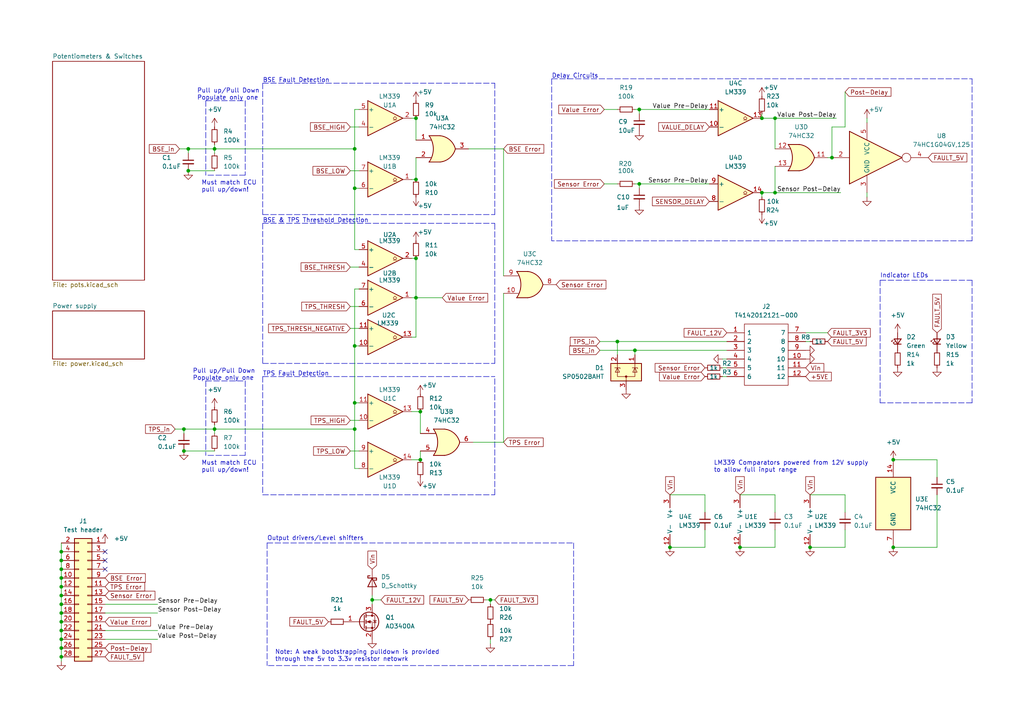
<source format=kicad_sch>
(kicad_sch (version 20231120) (generator "eeschema") (generator_version "8.0")
  (paper "A4")
  (title_block (title "Brake System Plausibility Device") (date "2022-07-17") (rev "5") (company "Bronco Racing"))
  (junction (at 179.07 99.06))
  (junction (at 102.87 116.84))
  (junction (at 54.61 49.53))
  (junction (at 259.08 158.75))
  (junction (at 17.78 165.1))
  (junction (at 241.3 45.72))
  (junction (at 185.42 31.75))
  (junction (at 259.08 133.35))
  (junction (at 220.98 55.88))
  (junction (at 120.65 86.36))
  (junction (at 17.78 182.88))
  (junction (at 194.31 158.75))
  (junction (at 17.78 180.34))
  (junction (at 62.23 124.46))
  (junction (at 142.24 173.99))
  (junction (at 17.78 162.56))
  (junction (at 53.34 130.81))
  (junction (at 17.78 170.18))
  (junction (at 120.65 52.07))
  (junction (at 234.95 158.75))
  (junction (at 220.98 34.29))
  (junction (at 17.78 160.02))
  (junction (at 17.78 172.72))
  (junction (at 185.42 53.34))
  (junction (at 184.15 101.6))
  (junction (at 224.79 55.88))
  (junction (at 102.87 100.33))
  (junction (at 120.65 34.29))
  (junction (at 17.78 190.5))
  (junction (at 102.87 124.46))
  (junction (at 17.78 177.8))
  (junction (at 120.65 74.93))
  (junction (at 53.34 124.46))
  (junction (at 214.63 158.75))
  (junction (at 107.95 173.99))
  (junction (at 224.79 34.29))
  (junction (at 54.61 43.18))
  (junction (at 121.92 133.35))
  (junction (at 17.78 187.96))
  (junction (at 102.87 54.61))
  (junction (at 121.92 119.38))
  (junction (at 17.78 175.26))
  (junction (at 62.23 43.18))
  (junction (at 102.87 43.18))
  (junction (at 17.78 167.64))
  (junction (at 17.78 185.42))
  (no_connect (at 30.48 162.56))
  (no_connect (at 30.48 160.02))
  (no_connect (at 30.48 165.1))
  (polyline (pts (xy 71.12 110.49) (xy 71.12 132.08)) (stroke (width 0) (type dash)))
  (wire (pts (xy 101.6 95.25) (xy 104.14 95.25)))
  (wire (pts (xy 101.6 121.92) (xy 104.14 121.92)))
  (wire (pts (xy 142.24 185.42) (xy 142.24 186.69)))
  (wire (pts (xy 220.98 55.88) (xy 224.79 55.88)))
  (wire (pts (xy 185.42 53.34) (xy 185.42 54.61)))
  (wire (pts (xy 62.23 124.46) (xy 102.87 124.46)))
  (wire (pts (xy 271.78 158.75) (xy 271.78 143.51)))
  (wire (pts (xy 245.11 143.51) (xy 245.11 148.59)))
  (wire (pts (xy 102.87 83.82) (xy 102.87 100.33)))
  (wire (pts (xy 62.23 41.91) (xy 62.23 43.18)))
  (wire (pts (xy 17.78 190.5) (xy 17.78 191.77)))
  (wire (pts (xy 120.65 86.36) (xy 120.65 97.79)))
  (wire (pts (xy 119.38 97.79) (xy 120.65 97.79)))
  (wire (pts (xy 54.61 49.53) (xy 62.23 49.53)))
  (wire (pts (xy 209.55 106.68) (xy 210.82 106.68)))
  (wire (pts (xy 120.65 86.36) (xy 128.27 86.36)))
  (polyline (pts (xy 59.69 110.49) (xy 71.12 110.49)) (stroke (width 0) (type dash)))
  (wire (pts (xy 233.68 99.06) (xy 234.95 99.06)))
  (wire (pts (xy 224.79 48.26) (xy 224.79 55.88)))
  (wire (pts (xy 251.46 34.29) (xy 251.46 35.56)))
  (wire (pts (xy 53.34 130.81) (xy 62.23 130.81)))
  (wire (pts (xy 245.11 36.83) (xy 245.11 26.67)))
  (wire (pts (xy 204.47 153.67) (xy 204.47 158.75)))
  (wire (pts (xy 17.78 185.42) (xy 17.78 187.96)))
  (wire (pts (xy 17.78 160.02) (xy 17.78 162.56)))
  (wire (pts (xy 224.79 158.75) (xy 214.63 158.75)))
  (polyline (pts (xy 76.2 105.41) (xy 143.51 105.41)) (stroke (width 0) (type dash)))
  (wire (pts (xy 107.95 173.99) (xy 107.95 175.26)))
  (wire (pts (xy 120.65 40.64) (xy 120.65 34.29)))
  (wire (pts (xy 234.95 143.51) (xy 245.11 143.51)))
  (wire (pts (xy 241.3 36.83) (xy 245.11 36.83)))
  (wire (pts (xy 107.95 173.99) (xy 110.49 173.99)))
  (wire (pts (xy 102.87 43.18) (xy 102.87 54.61)))
  (wire (pts (xy 224.79 153.67) (xy 224.79 158.75)))
  (wire (pts (xy 179.07 99.06) (xy 179.07 102.87)))
  (polyline (pts (xy 160.02 22.86) (xy 281.94 22.86)) (stroke (width 0) (type dash)))
  (wire (pts (xy 17.78 172.72) (xy 17.78 175.26)))
  (polyline (pts (xy 143.51 62.23) (xy 143.51 24.13)) (stroke (width 0) (type dash)))
  (wire (pts (xy 102.87 72.39) (xy 104.14 72.39)))
  (wire (pts (xy 234.95 158.75) (xy 245.11 158.75)))
  (wire (pts (xy 104.14 116.84) (xy 102.87 116.84)))
  (wire (pts (xy 17.78 157.48) (xy 17.78 160.02)))
  (wire (pts (xy 62.23 123.19) (xy 62.23 124.46)))
  (wire (pts (xy 224.79 34.29) (xy 224.79 43.18)))
  (wire (pts (xy 62.23 124.46) (xy 62.23 125.73)))
  (wire (pts (xy 120.65 34.29) (xy 119.38 34.29)))
  (wire (pts (xy 243.84 55.88) (xy 224.79 55.88)))
  (wire (pts (xy 54.61 43.18) (xy 62.23 43.18)))
  (wire (pts (xy 53.34 124.46) (xy 62.23 124.46)))
  (polyline (pts (xy 71.12 50.8) (xy 59.69 50.8)) (stroke (width 0) (type dash)))
  (wire (pts (xy 102.87 54.61) (xy 102.87 72.39)))
  (wire (pts (xy 102.87 31.75) (xy 102.87 43.18)))
  (wire (pts (xy 173.99 101.6) (xy 184.15 101.6)))
  (wire (pts (xy 142.24 173.99) (xy 142.24 175.26)))
  (polyline (pts (xy 255.27 81.28) (xy 281.94 81.28)) (stroke (width 0) (type dash)))
  (wire (pts (xy 251.46 55.88) (xy 251.46 57.15)))
  (wire (pts (xy 146.05 128.27) (xy 137.16 128.27)))
  (polyline (pts (xy 76.2 24.13) (xy 143.51 24.13)) (stroke (width 0) (type dash)))
  (wire (pts (xy 146.05 85.09) (xy 146.05 128.27)))
  (wire (pts (xy 54.61 43.18) (xy 54.61 44.45)))
  (wire (pts (xy 62.23 43.18) (xy 62.23 44.45)))
  (wire (pts (xy 214.63 143.51) (xy 224.79 143.51)))
  (wire (pts (xy 101.6 88.9) (xy 104.14 88.9)))
  (wire (pts (xy 102.87 100.33) (xy 102.87 116.84)))
  (polyline (pts (xy 76.2 24.13) (xy 76.2 62.23)) (stroke (width 0) (type dash)))
  (wire (pts (xy 101.6 130.81) (xy 104.14 130.81)))
  (wire (pts (xy 17.78 180.34) (xy 17.78 182.88)))
  (polyline (pts (xy 281.94 116.84) (xy 255.27 116.84)) (stroke (width 0) (type dash)))
  (wire (pts (xy 30.48 175.26) (xy 45.72 175.26)))
  (wire (pts (xy 119.38 119.38) (xy 121.92 119.38)))
  (polyline (pts (xy 77.47 157.48) (xy 166.37 157.48)) (stroke (width 0) (type dash)))
  (polyline (pts (xy 59.69 29.21) (xy 71.12 29.21)) (stroke (width 0) (type dash)))
  (wire (pts (xy 17.78 165.1) (xy 17.78 167.64)))
  (wire (pts (xy 242.57 34.29) (xy 224.79 34.29)))
  (wire (pts (xy 220.98 33.02) (xy 220.98 34.29)))
  (wire (pts (xy 107.95 172.72) (xy 107.95 173.99)))
  (wire (pts (xy 245.11 153.67) (xy 245.11 158.75)))
  (wire (pts (xy 240.03 96.52) (xy 233.68 96.52)))
  (wire (pts (xy 142.24 173.99) (xy 143.51 173.99)))
  (wire (pts (xy 135.89 43.18) (xy 146.05 43.18)))
  (wire (pts (xy 102.87 54.61) (xy 104.14 54.61)))
  (wire (pts (xy 224.79 143.51) (xy 224.79 148.59)))
  (wire (pts (xy 101.6 49.53) (xy 104.14 49.53)))
  (wire (pts (xy 17.78 177.8) (xy 17.78 180.34)))
  (wire (pts (xy 209.55 109.22) (xy 210.82 109.22)))
  (polyline (pts (xy 76.2 64.77) (xy 76.2 105.41)) (stroke (width 0) (type dash)))
  (polyline (pts (xy 76.2 109.22) (xy 143.51 109.22)) (stroke (width 0) (type dash)))
  (polyline (pts (xy 76.2 64.77) (xy 143.51 64.77)) (stroke (width 0) (type dash)))
  (wire (pts (xy 17.78 162.56) (xy 17.78 165.1)))
  (wire (pts (xy 102.87 31.75) (xy 104.14 31.75)))
  (polyline (pts (xy 76.2 143.51) (xy 143.51 143.51)) (stroke (width 0) (type dash)))
  (polyline (pts (xy 281.94 22.86) (xy 281.94 69.85)) (stroke (width 0) (type dash)))
  (wire (pts (xy 121.92 133.35) (xy 119.38 133.35)))
  (wire (pts (xy 185.42 31.75) (xy 205.74 31.75)))
  (wire (pts (xy 185.42 53.34) (xy 205.74 53.34)))
  (polyline (pts (xy 59.69 110.49) (xy 59.69 132.08)) (stroke (width 0) (type dash)))
  (wire (pts (xy 17.78 175.26) (xy 17.78 177.8)))
  (polyline (pts (xy 76.2 109.22) (xy 76.2 143.51)) (stroke (width 0) (type dash)))
  (wire (pts (xy 259.08 133.35) (xy 271.78 133.35)))
  (wire (pts (xy 52.07 43.18) (xy 54.61 43.18)))
  (wire (pts (xy 259.08 158.75) (xy 271.78 158.75)))
  (wire (pts (xy 119.38 86.36) (xy 120.65 86.36)))
  (wire (pts (xy 175.26 31.75) (xy 179.07 31.75)))
  (polyline (pts (xy 160.02 22.86) (xy 160.02 69.85)) (stroke (width 0) (type dash)))
  (wire (pts (xy 184.15 101.6) (xy 184.15 102.87)))
  (wire (pts (xy 102.87 83.82) (xy 104.14 83.82)))
  (wire (pts (xy 220.98 34.29) (xy 224.79 34.29)))
  (polyline (pts (xy 71.12 132.08) (xy 59.69 132.08)) (stroke (width 0) (type dash)))
  (wire (pts (xy 173.99 99.06) (xy 179.07 99.06)))
  (wire (pts (xy 271.78 133.35) (xy 271.78 138.43)))
  (wire (pts (xy 120.65 45.72) (xy 120.65 52.07)))
  (wire (pts (xy 53.34 124.46) (xy 53.34 125.73)))
  (wire (pts (xy 30.48 177.8) (xy 45.72 177.8)))
  (wire (pts (xy 194.31 143.51) (xy 204.47 143.51)))
  (wire (pts (xy 184.15 101.6) (xy 210.82 101.6)))
  (wire (pts (xy 121.92 130.81) (xy 121.92 133.35)))
  (polyline (pts (xy 143.51 143.51) (xy 143.51 109.22)) (stroke (width 0) (type dash)))
  (wire (pts (xy 17.78 167.64) (xy 17.78 170.18)))
  (wire (pts (xy 102.87 116.84) (xy 102.87 124.46)))
  (wire (pts (xy 184.15 53.34) (xy 185.42 53.34)))
  (wire (pts (xy 17.78 170.18) (xy 17.78 172.72)))
  (wire (pts (xy 204.47 143.51) (xy 204.47 148.59)))
  (wire (pts (xy 241.3 36.83) (xy 241.3 45.72)))
  (wire (pts (xy 17.78 187.96) (xy 17.78 190.5)))
  (polyline (pts (xy 143.51 105.41) (xy 143.51 64.77)) (stroke (width 0) (type dash)))
  (polyline (pts (xy 76.2 62.23) (xy 143.51 62.23)) (stroke (width 0) (type dash)))
  (wire (pts (xy 102.87 135.89) (xy 104.14 135.89)))
  (wire (pts (xy 62.23 43.18) (xy 102.87 43.18)))
  (wire (pts (xy 30.48 182.88) (xy 45.72 182.88)))
  (wire (pts (xy 140.97 173.99) (xy 142.24 173.99)))
  (wire (pts (xy 101.6 77.47) (xy 104.14 77.47)))
  (polyline (pts (xy 255.27 81.28) (xy 255.27 116.84)) (stroke (width 0) (type dash)))
  (polyline (pts (xy 166.37 193.04) (xy 77.47 193.04)) (stroke (width 0) (type dash)))
  (wire (pts (xy 175.26 53.34) (xy 179.07 53.34)))
  (polyline (pts (xy 166.37 157.48) (xy 166.37 193.04)) (stroke (width 0) (type dash)))
  (wire (pts (xy 220.98 57.15) (xy 220.98 55.88)))
  (wire (pts (xy 204.47 158.75) (xy 194.31 158.75)))
  (wire (pts (xy 185.42 31.75) (xy 185.42 33.02)))
  (wire (pts (xy 194.31 157.48) (xy 194.31 158.75)))
  (polyline (pts (xy 59.69 29.21) (xy 59.69 50.8)) (stroke (width 0) (type dash)))
  (wire (pts (xy 120.65 74.93) (xy 120.65 86.36)))
  (wire (pts (xy 30.48 185.42) (xy 45.72 185.42)))
  (polyline (pts (xy 281.94 81.28) (xy 281.94 116.84)) (stroke (width 0) (type dash)))
  (wire (pts (xy 184.15 31.75) (xy 185.42 31.75)))
  (wire (pts (xy 17.78 182.88) (xy 17.78 185.42)))
  (wire (pts (xy 146.05 43.18) (xy 146.05 80.01)))
  (wire (pts (xy 121.92 119.38) (xy 121.92 125.73)))
  (wire (pts (xy 102.87 124.46) (xy 102.87 135.89)))
  (polyline (pts (xy 71.12 29.21) (xy 71.12 50.8)) (stroke (width 0) (type dash)))
  (wire (pts (xy 179.07 99.06) (xy 210.82 99.06)))
  (wire (pts (xy 101.6 36.83) (xy 104.14 36.83)))
  (polyline (pts (xy 77.47 157.48) (xy 77.47 193.04)) (stroke (width 0) (type dash)))
  (wire (pts (xy 50.8 124.46) (xy 53.34 124.46)))
  (wire (pts (xy 102.87 100.33) (xy 104.14 100.33)))
  (wire (pts (xy 209.55 104.14) (xy 210.82 104.14)))
  (wire (pts (xy 241.3 45.72) (xy 240.03 45.72)))
  (wire (pts (xy 120.65 52.07) (xy 119.38 52.07)))
  (wire (pts (xy 120.65 74.93) (xy 119.38 74.93)))
  (polyline (pts (xy 281.94 69.85) (xy 160.02 69.85)) (stroke (width 0) (type dash)))
  (text "Pull up/Pull Down\nPopulate only one" (at 57.15 29.21 0) (effects (font (size 1.27 1.27)) (justify left bottom)))
  (text "Pull up/Pull Down\nPopulate only one" (at 55.88 110.49 0) (effects (font (size 1.27 1.27)) (justify left bottom)))
  (text "Delay Circuits" (at 160.02 22.86 0) (effects (font (size 1.27 1.27)) (justify left bottom)))
  (text "TPS Fault Detection" (at 76.2 109.22 0) (effects (font (size 1.27 1.27)) (justify left bottom)))
  (text "LM339 Comparators powered from 12V supply\nto allow full input range" (at 207.01 137.16 0) (effects (font (size 1.27 1.27)) (justify left bottom)))
  (text "Must match ECU\npull up/down!" (at 58.42 137.16 0) (effects (font (size 1.27 1.27)) (justify left bottom)))
  (text "Must match ECU\npull up/down!" (at 58.42 55.88 0) (effects (font (size 1.27 1.27)) (justify left bottom)))
  (text "Indicator LEDs\n" (at 255.27 80.772 0) (effects (font (size 1.27 1.27)) (justify left bottom)))
  (text "Output drivers/Level shifters" (at 77.47 156.972 0) (effects (font (size 1.27 1.27)) (justify left bottom)))
  (text "BSE Fault Detection" (at 76.2 24.13 0) (effects (font (size 1.27 1.27)) (justify left bottom)))
  (text "BSE & TPS Threshold Detection" (at 76.2 64.77 0) (effects (font (size 1.27 1.27)) (justify left bottom)))
  (text "Note: A weak bootstrapping pulldown is provided\nthrough the 5v to 3.3v resistor netowrk" (at 79.756 192.024 0) (effects (font (size 1.27 1.27)) (justify left bottom)))
  (label "Value Post-Delay" (at 242.57 34.29 180))
  (label "Value Post-Delay" (at 45.72 185.42 0))
  (label "Sensor Post-Delay" (at 45.72 177.8 0))
  (label "Value Pre-Delay" (at 189.23 31.75 0))
  (label "Value Pre-Delay" (at 45.72 182.88 0))
  (label "Sensor Pre-Delay" (at 45.72 175.26 0))
  (label "Sensor Post-Delay" (at 243.84 55.88 180))
  (label "Sensor Pre-Delay" (at 187.96 53.34 0))
  (global_label "TPS_in" (shape input) (at 50.8 124.46 180) (property "Intersheetrefs" "${INTERSHEET_REFS}" (effects (hide yes))))
  (global_label "Value Error" (shape input) (at 30.48 180.34 0) (property "Intersheetrefs" "${INTERSHEET_REFS}" (effects (hide yes))))
  (global_label "FAULT_3V3" (shape input) (at 240.03 96.52 0) (property "Intersheetrefs" "${INTERSHEET_REFS}" (effects (hide yes))))
  (global_label "SENSOR_DELAY" (shape input) (at 205.74 58.42 180) (property "Intersheetrefs" "${INTERSHEET_REFS}" (effects (hide yes))))
  (global_label "FAULT_5V" (shape input) (at 30.48 190.5 0) (property "Intersheetrefs" "${INTERSHEET_REFS}" (effects (hide yes))))
  (global_label "Value Error" (shape input) (at 204.47 109.22 180) (property "Intersheetrefs" "${INTERSHEET_REFS}" (effects (hide yes))))
  (global_label "FAULT_5V" (shape input) (at 269.24 45.72 0) (property "Intersheetrefs" "${INTERSHEET_REFS}" (effects (hide yes))))
  (global_label "BSE Error" (shape input) (at 146.05 43.18 0) (property "Intersheetrefs" "${INTERSHEET_REFS}" (effects (hide yes))))
  (global_label "Sensor Error" (shape input) (at 175.26 53.34 180) (property "Intersheetrefs" "${INTERSHEET_REFS}" (effects (hide yes))))
  (global_label "Vin" (shape input) (at 233.68 106.68 0) (property "Intersheetrefs" "${INTERSHEET_REFS}" (effects (hide yes))))
  (global_label "TPS_LOW" (shape input) (at 101.6 130.81 180) (property "Intersheetrefs" "${INTERSHEET_REFS}" (effects (hide yes))))
  (global_label "TPS_THRESH" (shape input) (at 101.6 88.9 180) (property "Intersheetrefs" "${INTERSHEET_REFS}" (effects (hide yes))))
  (global_label "TPS_HIGH" (shape input) (at 101.6 121.92 180) (property "Intersheetrefs" "${INTERSHEET_REFS}" (effects (hide yes))))
  (global_label "BSE_LOW" (shape input) (at 101.6 49.53 180) (property "Intersheetrefs" "${INTERSHEET_REFS}" (effects (hide yes))))
  (global_label "FAULT_12V" (shape input) (at 110.49 173.99 0) (property "Intersheetrefs" "${INTERSHEET_REFS}" (effects (hide yes))))
  (global_label "TPS_THRESH_NEGATIVE" (shape input) (at 101.6 95.25 180) (property "Intersheetrefs" "${INTERSHEET_REFS}" (effects (hide yes))))
  (global_label "BSE_THRESH" (shape input) (at 101.6 77.47 180) (property "Intersheetrefs" "${INTERSHEET_REFS}" (effects (hide yes))))
  (global_label "Sensor Error" (shape input) (at 30.48 172.72 0) (property "Intersheetrefs" "${INTERSHEET_REFS}" (effects (hide yes))))
  (global_label "Vin" (shape input) (at 214.63 143.51 90) (property "Intersheetrefs" "${INTERSHEET_REFS}" (effects (hide yes))))
  (global_label "VALUE_DELAY" (shape input) (at 205.74 36.83 180) (property "Intersheetrefs" "${INTERSHEET_REFS}" (effects (hide yes))))
  (global_label "Sensor Error" (shape input) (at 204.47 106.68 180) (property "Intersheetrefs" "${INTERSHEET_REFS}" (effects (hide yes))))
  (global_label "BSE_in" (shape input) (at 52.07 43.18 180) (property "Intersheetrefs" "${INTERSHEET_REFS}" (effects (hide yes))))
  (global_label "Post-Delay" (shape input) (at 245.11 26.67 0) (property "Intersheetrefs" "${INTERSHEET_REFS}" (effects (hide yes))))
  (global_label "BSE_in" (shape input) (at 173.99 101.6 180) (property "Intersheetrefs" "${INTERSHEET_REFS}" (effects (hide yes))))
  (global_label "Value Error" (shape input) (at 128.27 86.36 0) (property "Intersheetrefs" "${INTERSHEET_REFS}" (effects (hide yes))))
  (global_label "Value Error" (shape input) (at 175.26 31.75 180) (property "Intersheetrefs" "${INTERSHEET_REFS}" (effects (hide yes))))
  (global_label "FAULT_5V" (shape input) (at 95.25 180.34 180) (property "Intersheetrefs" "${INTERSHEET_REFS}" (effects (hide yes))))
  (global_label "Vin" (shape input) (at 107.95 165.1 90) (property "Intersheetrefs" "${INTERSHEET_REFS}" (effects (hide yes))))
  (global_label "+5VE" (shape input) (at 233.68 109.22 0) (property "Intersheetrefs" "${INTERSHEET_REFS}" (effects (hide yes))))
  (global_label "Post-Delay" (shape input) (at 30.48 187.96 0) (property "Intersheetrefs" "${INTERSHEET_REFS}" (effects (hide yes))))
  (global_label "FAULT_12V" (shape input) (at 210.82 96.52 180) (property "Intersheetrefs" "${INTERSHEET_REFS}" (effects (hide yes))))
  (global_label "Vin" (shape input) (at 194.31 143.51 90) (property "Intersheetrefs" "${INTERSHEET_REFS}" (effects (hide yes))))
  (global_label "TPS_in" (shape input) (at 173.99 99.06 180) (property "Intersheetrefs" "${INTERSHEET_REFS}" (effects (hide yes))))
  (global_label "BSE Error" (shape input) (at 30.48 167.64 0) (property "Intersheetrefs" "${INTERSHEET_REFS}" (effects (hide yes))))
  (global_label "Sensor Error" (shape input) (at 161.29 82.55 0) (property "Intersheetrefs" "${INTERSHEET_REFS}" (effects (hide yes))))
  (global_label "FAULT_5V" (shape input) (at 271.78 96.52 90) (property "Intersheetrefs" "${INTERSHEET_REFS}" (effects (hide yes))))
  (global_label "FAULT_5V" (shape input) (at 135.89 173.99 180) (property "Intersheetrefs" "${INTERSHEET_REFS}" (effects (hide yes))))
  (global_label "FAULT_3V3" (shape input) (at 143.51 173.99 0) (property "Intersheetrefs" "${INTERSHEET_REFS}" (effects (hide yes))))
  (global_label "FAULT_5V" (shape input) (at 240.03 99.06 0) (property "Intersheetrefs" "${INTERSHEET_REFS}" (effects (hide yes))))
  (global_label "BSE_HIGH" (shape input) (at 101.6 36.83 180) (property "Intersheetrefs" "${INTERSHEET_REFS}" (effects (hide yes))))
  (global_label "TPS Error" (shape input) (at 146.05 128.27 0) (property "Intersheetrefs" "${INTERSHEET_REFS}" (effects (hide yes))))
  (global_label "TPS Error" (shape input) (at 30.48 170.18 0) (property "Intersheetrefs" "${INTERSHEET_REFS}" (effects (hide yes))))
  (global_label "Vin" (shape input) (at 234.95 143.51 90) (property "Intersheetrefs" "${INTERSHEET_REFS}" (effects (hide yes))))
  (symbol (lib_name "GND_14") (lib_id "power:GND") (at 185.42 59.69 0) (unit 1)
    (property "Reference" "#PWR031" (effects (hide yes)))
    (property "Value" "GND" (effects (hide yes)))
  )
  (symbol (lib_id "power:+5V") (at 120.65 29.21 0) (unit 1)
    (property "Reference" "#PWR014" (effects (hide yes)))
    (property "Value" "+5V" (at 123.19 26.67 0))
  )
  (symbol (lib_id "Device:R_Small") (at 207.01 106.68 270) (unit 1)
    (property "Reference" "R2" (at 210.82 105.41 90))
    (property "Value" "1k" (at 207.01 106.68 90))
    (property "Footprint" "Resistor_SMD:R_0402_1005Metric" (effects (hide yes)))
    (property "LCSC" "C11702" (effects (hide yes)))
  )
  (symbol (lib_name "GND_17") (lib_id "power:GND") (at 260.35 106.68 0) (unit 1)
    (property "Reference" "#PWR024" (effects (hide yes)))
    (property "Value" "GND" (effects (hide yes)))
  )
  (symbol (lib_name "GND_16") (lib_id "power:GND") (at 53.34 130.81 0) (unit 1)
    (property "Reference" "#PWR04" (effects (hide yes)))
    (property "Value" "GND" (effects (hide yes)))
  )
  (symbol (lib_name "GND_15") (lib_id "power:GND") (at 181.61 113.03 0) (mirror y) (unit 1)
    (property "Reference" "#PWR011" (effects (hide yes)))
    (property "Value" "GND" (effects (hide yes)))
  )
  (symbol (lib_id "Device:R_Small") (at 121.92 135.89 0) (mirror y) (unit 1)
    (property "Reference" "R13" (at 124.46 137.1601 0) (effects (justify right)))
    (property "Value" "10k" (at 124.46 134.6201 0) (effects (justify right)))
    (property "Footprint" "Resistor_SMD:R_0402_1005Metric" (effects (hide yes)))
    (property "LCSC" "C25744" (effects (hide yes)))
    (property "Sim.Device" "SPICE" (effects (hide yes)))
    (property "Sim.Params" "type=\"R\" model=\"10k\" lib=\"\"" (effects (hide yes)))
    (property "Sim.Pins" "1=1 2=2" (effects (hide yes)))
  )
  (symbol (lib_id "Device:C_Small") (at 224.79 151.13 0) (unit 1)
    (property "Reference" "C3" (at 227.33 149.8662 0) (effects (justify left)))
    (property "Value" "0.1uF" (at 227.33 152.4062 0) (effects (justify left)))
    (property "Footprint" "Capacitor_SMD:C_0402_1005Metric" (effects (hide yes)))
    (property "LCSC" "C307331" (effects (hide yes)))
    (property "Sim.Device" "SPICE" (effects (hide yes)))
    (property "Sim.Params" "type=\"C\" model=\"0.1u\" lib=\"\"" (effects (hide yes)))
    (property "Sim.Pins" "1=1 2=2" (effects (hide yes)))
  )
  (symbol (lib_name "+5V_10") (lib_id "power:+5V") (at 220.98 62.23 180) (unit 1)
    (property "Reference" "#PWR036" (effects (hide yes)))
    (property "Value" "+5V" (at 223.52 64.77 0))
  )
  (symbol (lib_name "+5V_12") (lib_id "power:+5V") (at 259.08 133.35 0) (unit 1)
    (property "Reference" "#PWR019" (effects (hide yes)))
    (property "Value" "+5V" (at 259.08 128.27 0))
  )
  (symbol (lib_id "74xx:74LS32") (at 128.27 43.18 0) (unit 1)
    (property "Reference" "U3" (at 128.27 34.29 0))
    (property "Value" "74HC32" (at 128.27 36.83 0))
    (property "Footprint" "Package_SO:SOIC-14_3.9x8.7mm_P1.27mm" (effects (hide yes)))
    (property "Datasheet" "http://www.ti.com/lit/gpn/sn74LS32" (effects (hide yes)))
    (property "LCSC" "C6838" (effects (hide yes)))
    (property "Sim.Device" "SPICE" (effects (hide yes)))
    (property "Sim.Params" "type=\"X\" model=\"74HC32_pkg\" lib=\"SPICE models/74hc32.lib\"" (effects (hide yes)))
    (property "Sim.Pins" "1=1 1=2 2=3 2=4 3=5 3=6 4=7 4=8 5=9 5=10 6=11 6=12 7=13 8=14 8=15 9=16 9=17 10=18 10=19 11=20 11=21 12=22 12=23 13=24 13=25 14=26" (effects (hide yes)))
  )
  (symbol (lib_id "Device:R_Small") (at 142.24 182.88 0) (mirror y) (unit 1)
    (property "Reference" "R27" (at 144.78 185.42 0) (effects (justify right)))
    (property "Value" "10k" (at 144.78 182.88 0) (effects (justify right)))
    (property "Footprint" "Resistor_SMD:R_0402_1005Metric" (effects (hide yes)))
    (property "LCSC" "C25744" (effects (hide yes)))
    (property "Sim.Device" "SPICE" (effects (hide yes)))
    (property "Sim.Params" "type=\"R\" model=\"10k\" lib=\"\"" (effects (hide yes)))
    (property "Sim.Pins" "1=1 2=2" (effects (hide yes)))
  )
  (symbol (lib_name "+5V_9") (lib_id "power:+5V") (at 62.23 118.11 0) (unit 1)
    (property "Reference" "#PWR07" (effects (hide yes)))
    (property "Value" "+5V" (at 62.23 113.03 0))
  )
  (symbol (lib_name "GND_13") (lib_id "power:GND") (at 17.78 191.77 0) (mirror y) (unit 1)
    (property "Reference" "#PWR01" (effects (hide yes)))
    (property "Value" "GND" (effects (hide yes)))
  )
  (symbol (lib_id "T4142012121-000:T4142012121-000") (at 210.82 96.52 0) (unit 1)
    (property "Reference" "J2" (at 222.25 88.9 0))
    (property "Value" "T4142012121-000" (at 222.25 91.44 0))
    (property "Footprint" "M12_TE_T4142012121-000:T4140012121000" (effects (hide yes)))
    (property "Datasheet" "https://www.te.com/commerce/DocumentDelivery/DDEController?Action=showdoc&DocId=Customer+Drawing%7FT4140012081000%7FA1%7Fpdf%7FEnglish%7FENG_CD_T4140012081000_A1.pdf%7FT4140012121-000" (effects (hide yes)))
    (property "Description" "Circular Metric Connectors M12 A-code Sold PCB 12P Front MNT Male" (effects (hide yes)))
    (property "Height" "20" (effects (hide yes)))
    (property "Mouser Part Number" "571-T4142012121-000" (effects (hide yes)))
    (property "Mouser Price/Stock" "https://www.mouser.co.uk/ProductDetail/TE-Connectivity/T4142012121-000?qs=l7cgNqFNU1iNlOPj0O8qxg%3D%3D" (effects (hide yes)))
    (property "Manufacturer_Name" "TE Connectivity" (effects (hide yes)))
    (property "Manufacturer_Part_Number" "T4142012121-000" (effects (hide yes)))
  )
  (symbol (lib_name "+5V_11") (lib_id "power:+5V") (at 121.92 114.3 0) (unit 1)
    (property "Reference" "#PWR017" (effects (hide yes)))
    (property "Value" "+5V" (at 124.46 111.76 0))
  )
  (symbol (lib_id "Device:LED_Small") (at 260.35 99.06 90) (unit 1)
    (property "Reference" "D2" (at 262.89 97.7264 90) (effects (justify right)))
    (property "Value" "Green" (at 262.89 100.2664 90) (effects (justify right)))
    (property "Footprint" "LED_SMD:LED_0603_1608Metric" (effects (hide yes)))
    (property "LCSC" "C72043" (effects (hide yes)))
  )
  (symbol (lib_name "GND_12") (lib_id "power:GND") (at 233.68 101.6 90) (unit 1)
    (property "Reference" "#PWR010" (effects (hide yes)))
    (property "Value" "GND" (effects (hide yes)))
  )
  (symbol (lib_id "Connector_Generic:Conn_02x14_Odd_Even") (at 25.4 172.72 0) (mirror y) (unit 1)
    (property "Reference" "J1" (at 24.13 151.13 0))
    (property "Value" "Test header" (at 24.13 153.67 0))
    (property "Footprint" "Connector_PinHeader_2.54mm:PinHeader_2x14_P2.54mm_Vertical" (effects (hide yes)))
  )
  (symbol (lib_id "Device:R_Small") (at 220.98 59.69 0) (unit 1)
    (property "Reference" "R24" (at 226.06 60.96 0) (effects (justify right)))
    (property "Value" "10k" (at 226.06 58.42 0) (effects (justify right)))
    (property "Footprint" "Resistor_SMD:R_0402_1005Metric" (effects (hide yes)))
    (property "LCSC" "C25744" (effects (hide yes)))
    (property "Sim.Device" "SPICE" (effects (hide yes)))
    (property "Sim.Params" "type=\"R\" model=\"10k\" lib=\"\"" (effects (hide yes)))
    (property "Sim.Pins" "1=1 2=2" (effects (hide yes)))
  )
  (symbol (lib_name "+5V_8") (lib_id "power:+5V") (at 120.65 69.85 0) (unit 1)
    (property "Reference" "#PWR016" (effects (hide yes)))
    (property "Value" "+5V" (at 123.19 67.31 0))
  )
  (symbol (lib_id "Device:R_Small") (at 260.35 104.14 180) (unit 1)
    (property "Reference" "R14" (at 262.89 102.8699 0) (effects (justify right)))
    (property "Value" "1k" (at 262.89 105.4099 0) (effects (justify right)))
    (property "Footprint" "Resistor_SMD:R_0402_1005Metric" (effects (hide yes)))
    (property "LCSC" "C11702" (effects (hide yes)))
  )
  (symbol (lib_id "Comparator:LM339") (at 196.85 151.13 0) (unit 5)
    (property "Reference" "U4" (at 196.85 149.8599 0) (effects (justify left)))
    (property "Value" "LM339" (at 196.85 152.3999 0) (effects (justify left)))
    (property "Footprint" "Package_SO:SOIC-14_3.9x8.7mm_P1.27mm" (effects (hide yes)))
    (property "Datasheet" "https://www.st.com/resource/en/datasheet/lm139.pdf" (effects (hide yes)))
    (property "Description" "Quad Differential Comparators, SOIC-14/TSSOP-14" (effects (hide yes)))
  )
  (symbol (lib_name "+5V_7") (lib_id "power:+5V") (at 260.35 96.52 0) (unit 1)
    (property "Reference" "#PWR023" (effects (hide yes)))
    (property "Value" "+5V" (at 260.35 91.44 0))
  )
  (symbol (lib_id "Comparator:LM339") (at 111.76 119.38 0) (unit 3)
    (property "Reference" "U1" (at 113.03 115.57 0))
    (property "Value" "LM339" (at 113.03 113.03 0))
    (property "Footprint" "Package_SO:SOIC-14_3.9x8.7mm_P1.27mm" (effects (hide yes)))
    (property "Datasheet" "https://www.st.com/resource/en/datasheet/lm139.pdf" (effects (hide yes)))
    (property "LCSC" "C63821" (effects (hide yes)))
    (property "Sim.Device" "SPICE" (effects (hide yes)))
    (property "Sim.Params" "type=\"X\" model=\"LM339\" lib=\"SPICE models/lmx39_spice.lib\"" (effects (hide yes)))
    (property "Sim.Pins" "1=1 2=2 3=3 4=4 5=5 6=6 7=7 8=8 9=9 10=10 11=11 12=12 13=13 14=14" (effects (hide yes)))
  )
  (symbol (lib_id "Device:C_Small") (at 271.78 140.97 0) (unit 1)
    (property "Reference" "C5" (at 274.32 139.7062 0) (effects (justify left)))
    (property "Value" "0.1uF" (at 274.32 142.2462 0) (effects (justify left)))
    (property "Footprint" "Capacitor_SMD:C_0402_1005Metric" (effects (hide yes)))
    (property "LCSC" "C307331" (effects (hide yes)))
    (property "Sim.Device" "SPICE" (effects (hide yes)))
    (property "Sim.Params" "type=\"C\" model=\"0.1u\" lib=\"\"" (effects (hide yes)))
    (property "Sim.Pins" "1=1 2=2" (effects (hide yes)))
  )
  (symbol (lib_name "GND_10") (lib_id "power:GND") (at 214.63 158.75 0) (unit 1)
    (property "Reference" "#PWR09" (effects (hide yes)))
    (property "Value" "GND" (effects (hide yes)))
  )
  (symbol (lib_name "+5V_6") (lib_id "power:+5V") (at 62.23 36.83 0) (unit 1)
    (property "Reference" "#PWR06" (effects (hide yes)))
    (property "Value" "+5V" (at 62.23 31.75 0))
  )
  (symbol (lib_id "Comparator:LM339") (at 217.17 151.13 0) (unit 5)
    (property "Reference" "U1" (at 215.9 149.8599 0) (effects (justify left)))
    (property "Value" "LM339" (at 215.9 152.3999 0) (effects (justify left)))
    (property "Footprint" "Package_SO:SOIC-14_3.9x8.7mm_P1.27mm" (effects (hide yes)))
    (property "Datasheet" "https://www.st.com/resource/en/datasheet/lm139.pdf" (effects (hide yes)))
    (property "LCSC" "C63821" (effects (hide yes)))
    (property "Sim.Device" "SPICE" (effects (hide yes)))
    (property "Sim.Params" "type=\"X\" model=\"LM339\" lib=\"SPICE models/lmx39_spice.lib\"" (effects (hide yes)))
    (property "Sim.Pins" "1=1 2=2 3=3 4=4 5=5 6=6 7=7 8=8 9=9 10=10 11=11 12=12 13=13 14=14" (effects (hide yes)))
  )
  (symbol (lib_id "Device:R_Small") (at 121.92 116.84 180) (unit 1)
    (property "Reference" "R12" (at 124.46 115.5699 0) (effects (justify right)))
    (property "Value" "10k" (at 124.46 118.1099 0) (effects (justify right)))
    (property "Footprint" "Resistor_SMD:R_0402_1005Metric" (effects (hide yes)))
    (property "LCSC" "C25744" (effects (hide yes)))
    (property "Sim.Device" "SPICE" (effects (hide yes)))
    (property "Sim.Params" "type=\"R\" model=\"10k\" lib=\"\"" (effects (hide yes)))
    (property "Sim.Pins" "1=1 2=2" (effects (hide yes)))
  )
  (symbol (lib_name "GND_9") (lib_id "power:GND") (at 54.61 49.53 0) (unit 1)
    (property "Reference" "#PWR03" (effects (hide yes)))
    (property "Value" "GND" (effects (hide yes)))
  )
  (symbol (lib_name "+5V_3") (lib_id "power:+5V") (at 120.65 57.15 0) (mirror x) (unit 1)
    (property "Reference" "#PWR015" (effects (hide yes)))
    (property "Value" "+5V" (at 123.19 59.69 0))
  )
  (symbol (lib_name "+5V_1") (lib_id "power:+5V") (at 251.46 34.29 0) (unit 1)
    (property "Reference" "#PWR026" (effects (hide yes)))
    (property "Value" "+5V" (at 254 31.75 0))
  )
  (symbol (lib_name "+5V_5") (lib_id "power:+5V") (at 30.48 157.48 0) (mirror y) (unit 1)
    (property "Reference" "#PWR02" (effects (hide yes)))
    (property "Value" "+5V" (at 33.02 156.2099 0) (effects (justify right)))
  )
  (symbol (lib_id "Device:R_Small") (at 97.79 180.34 90) (unit 1)
    (property "Reference" "R21" (at 97.79 173.99 90))
    (property "Value" "1k" (at 97.79 176.53 90))
    (property "Footprint" "Resistor_SMD:R_0402_1005Metric" (effects (hide yes)))
    (property "LCSC" "C11702" (effects (hide yes)))
  )
  (symbol (lib_name "GND_3") (lib_id "power:GND") (at 259.08 158.75 0) (unit 1)
    (property "Reference" "#PWR020" (effects (hide yes)))
    (property "Value" "GND" (effects (hide yes)))
  )
  (symbol (lib_id "Device:R_Small") (at 62.23 39.37 0) (unit 1)
    (property "Reference" "R4" (at 64.77 38.0999 0) (effects (justify left)))
    (property "Value" "100k" (at 64.77 40.6399 0) (effects (justify left)))
    (property "Footprint" "Resistor_SMD:R_0402_1005Metric" (effects (hide yes)))
    (property "LCSC" "C25741" (effects (hide yes)))
    (property "Sim.Device" "SPICE" (effects (hide yes)))
    (property "Sim.Params" "type=\"R\" model=\"100k\" lib=\"\"" (effects (hide yes)))
    (property "Sim.Pins" "1=1 2=2" (effects (hide yes)))
  )
  (symbol (lib_name "GND_8") (lib_id "power:GND") (at 107.95 185.42 0) (unit 1)
    (property "Reference" "#PWR033" (effects (hide yes)))
    (property "Value" "GND" (effects (hide yes)))
  )
  (symbol (lib_id "74xx:74LS32") (at 259.08 146.05 0) (unit 5)
    (property "Reference" "U3" (at 265.43 144.7799 0) (effects (justify left)))
    (property "Value" "74HC32" (at 265.43 147.3199 0) (effects (justify left)))
    (property "Footprint" "Package_SO:SOIC-14_3.9x8.7mm_P1.27mm" (effects (hide yes)))
    (property "Datasheet" "http://www.ti.com/lit/gpn/sn74LS32" (effects (hide yes)))
    (property "LCSC" "C6838" (effects (hide yes)))
    (property "Sim.Device" "SPICE" (effects (hide yes)))
    (property "Sim.Params" "type=\"X\" model=\"74HC32_pkg\" lib=\"SPICE models/74hc32.lib\"" (effects (hide yes)))
    (property "Sim.Pins" "1=1 1=2 2=3 2=4 3=5 3=6 4=7 4=8 5=9 5=10 6=11 6=12 7=13 8=14 8=15 9=16 9=17 10=18 10=19 11=20 11=21 12=22 12=23 13=24 13=25 14=26" (effects (hide yes)))
  )
  (symbol (lib_id "Comparator:LM339") (at 111.76 74.93 0) (unit 1)
    (property "Reference" "U2" (at 113.03 68.072 0))
    (property "Value" "LM339" (at 113.03 69.85 0))
    (property "Footprint" "Package_SO:SOIC-14_3.9x8.7mm_P1.27mm" (effects (hide yes)))
    (property "Datasheet" "https://www.st.com/resource/en/datasheet/lm139.pdf" (effects (hide yes)))
    (property "LCSC" "C63821" (effects (hide yes)))
    (property "Sim.Device" "SPICE" (effects (hide yes)))
    (property "Sim.Params" "type=\"X\" model=\"LM339\" lib=\"SPICE models/lmx39_spice.lib\"" (effects (hide yes)))
    (property "Sim.Pins" "1=1 2=2 3=3 4=4 5=5 6=6 7=7 8=8 9=9 10=10 11=11 12=12 13=13 14=14" (effects (hide yes)))
  )
  (symbol (lib_id "Device:LED_Small") (at 271.78 99.06 90) (unit 1)
    (property "Reference" "D3" (at 274.32 97.7264 90) (effects (justify right)))
    (property "Value" "Yellow" (at 274.32 100.2664 90) (effects (justify right)))
    (property "Footprint" "LED_SMD:LED_0603_1608Metric" (effects (hide yes)))
    (property "LCSC" "C72038" (effects (hide yes)))
  )
  (symbol (lib_name "GND_4") (lib_id "power:GND") (at 234.95 158.75 0) (unit 1)
    (property "Reference" "#PWR013" (effects (hide yes)))
    (property "Value" "GND" (effects (hide yes)))
  )
  (symbol (lib_id "power:GND") (at 194.31 158.75 0) (unit 1)
    (property "Reference" "#PWR021" (effects (hide yes)))
    (property "Value" "GND" (effects (hide yes)))
  )
  (symbol (lib_id "Comparator:LM339") (at 111.76 97.79 0) (unit 3)
    (property "Reference" "U2" (at 112.776 91.44 0))
    (property "Value" "LM339" (at 112.522 93.726 0))
    (property "Footprint" "Package_SO:SOIC-14_3.9x8.7mm_P1.27mm" (effects (hide yes)))
    (property "Datasheet" "https://www.st.com/resource/en/datasheet/lm139.pdf" (effects (hide yes)))
    (property "LCSC" "C63821" (effects (hide yes)))
    (property "Sim.Device" "SPICE" (effects (hide yes)))
    (property "Sim.Params" "type=\"X\" model=\"LM339\" lib=\"SPICE models/lmx39_spice.lib\"" (effects (hide yes)))
    (property "Sim.Pins" "1=1 2=2 3=3 4=4 5=5 6=6 7=7 8=8 9=9 10=10 11=11 12=12 13=13 14=14" (effects (hide yes)))
  )
  (symbol (lib_id "Comparator:LM339") (at 213.36 55.88 0) (unit 4)
    (property "Reference" "U4" (at 213.36 45.72 0))
    (property "Value" "LM339" (at 213.36 48.26 0))
    (property "Datasheet" "https://www.st.com/resource/en/datasheet/lm139.pdf" (effects (hide yes)))
    (property "Description" "Quad Differential Comparators, SOIC-14/TSSOP-14" (effects (hide yes)))
  )
  (symbol (lib_id "Device:R_Small") (at 120.65 54.61 0) (mirror y) (unit 1)
    (property "Reference" "R10" (at 123.19 55.8801 0) (effects (justify right)))
    (property "Value" "10k" (at 123.19 53.3401 0) (effects (justify right)))
    (property "Footprint" "Resistor_SMD:R_0402_1005Metric" (effects (hide yes)))
    (property "LCSC" "C25744" (effects (hide yes)))
    (property "Sim.Device" "SPICE" (effects (hide yes)))
    (property "Sim.Params" "type=\"R\" model=\"10k\" lib=\"\"" (effects (hide yes)))
    (property "Sim.Pins" "1=1 2=2" (effects (hide yes)))
  )
  (symbol (lib_id "74xx:74LS32") (at 153.67 82.55 0) (unit 3)
    (property "Reference" "U3" (at 153.67 73.66 0))
    (property "Value" "74HC32" (at 153.67 76.2 0))
    (property "Footprint" "Package_SO:SOIC-14_3.9x8.7mm_P1.27mm" (effects (hide yes)))
    (property "Datasheet" "http://www.ti.com/lit/gpn/sn74LS32" (effects (hide yes)))
    (property "LCSC" "C6838" (effects (hide yes)))
    (property "Sim.Device" "SPICE" (effects (hide yes)))
    (property "Sim.Params" "type=\"X\" model=\"74HC32_pkg\" lib=\"SPICE models/74hc32.lib\"" (effects (hide yes)))
    (property "Sim.Pins" "1=1 1=2 2=3 2=4 3=5 3=6 4=7 4=8 5=9 5=10 6=11 6=12 7=13 8=14 8=15 9=16 9=17 10=18 10=19 11=20 11=21 12=22 12=23 13=24 13=25 14=26" (effects (hide yes)))
  )
  (symbol (lib_id "Device:R_Small") (at 181.61 53.34 90) (unit 1)
    (property "Reference" "R20" (at 181.356 47.498 90))
    (property "Value" "100k" (at 181.61 49.53 90))
    (property "Footprint" "Resistor_SMD:R_0402_1005Metric" (effects (hide yes)))
    (property "LCSC" "C25741" (effects (hide yes)))
    (property "Sim.Device" "SPICE" (effects (hide yes)))
    (property "Sim.Params" "type=\"R\" model=\"100k\" lib=\"\"" (effects (hide yes)))
    (property "Sim.Pins" "1=1 2=2" (effects (hide yes)))
  )
  (symbol (lib_id "Comparator:LM339") (at 237.49 151.13 0) (unit 5)
    (property "Reference" "U2" (at 236.22 149.8599 0) (effects (justify left)))
    (property "Value" "LM339" (at 236.22 152.3999 0) (effects (justify left)))
    (property "Footprint" "Package_SO:SOIC-14_3.9x8.7mm_P1.27mm" (effects (hide yes)))
    (property "Datasheet" "https://www.st.com/resource/en/datasheet/lm139.pdf" (effects (hide yes)))
    (property "LCSC" "C63821" (effects (hide yes)))
    (property "Sim.Device" "SPICE" (effects (hide yes)))
    (property "Sim.Params" "type=\"X\" model=\"LM339\" lib=\"SPICE models/lmx39_spice.lib\"" (effects (hide yes)))
    (property "Sim.Pins" "1=1 2=2 3=3 4=4 5=5 6=6 7=7 8=8 9=9 10=10 11=11 12=12 13=13 14=14" (effects (hide yes)))
  )
  (symbol (lib_name "GND_7") (lib_id "power:GND") (at 271.78 106.68 0) (unit 1)
    (property "Reference" "#PWR025" (effects (hide yes)))
    (property "Value" "GND" (effects (hide yes)))
  )
  (symbol (lib_name "GND_1") (lib_id "power:GND") (at 251.46 57.15 0) (unit 1)
    (property "Reference" "#PWR027" (effects (hide yes)))
    (property "Value" "GND" (effects (hide yes)))
  )
  (symbol (lib_id "Device:R_Small") (at 207.01 109.22 270) (unit 1)
    (property "Reference" "R3" (at 210.82 107.95 90))
    (property "Value" "1k" (at 207.01 109.22 90))
    (property "Footprint" "Resistor_SMD:R_0402_1005Metric" (effects (hide yes)))
    (property "LCSC" "C11702" (effects (hide yes)))
  )
  (symbol (lib_name "GND_6") (lib_id "power:GND") (at 185.42 38.1 0) (unit 1)
    (property "Reference" "#PWR030" (effects (hide yes)))
    (property "Value" "GND" (effects (hide yes)))
  )
  (symbol (lib_name "GND_11") (lib_id "power:GND") (at 142.24 186.69 0) (unit 1)
    (property "Reference" "#PWR037" (effects (hide yes)))
    (property "Value" "GND" (effects (hide yes)))
  )
  (symbol (lib_id "Device:R_Small") (at 271.78 104.14 180) (unit 1)
    (property "Reference" "R15" (at 274.32 102.8699 0) (effects (justify right)))
    (property "Value" "1k" (at 274.32 105.4099 0) (effects (justify right)))
    (property "Footprint" "Resistor_SMD:R_0402_1005Metric" (effects (hide yes)))
    (property "LCSC" "C11702" (effects (hide yes)))
  )
  (symbol (lib_id "74xGxx:74LVC1GU04DRL") (at 251.46 45.72 0) (unit 1)
    (property "Reference" "U8" (at 273.05 39.4014 0))
    (property "Value" "74HC1G04GV,125" (at 273.05 41.9414 0))
    (property "Footprint" "libraries:SOT23-5_FAS" (effects (hide yes)))
    (property "Datasheet" "http://www.ti.com/lit/ds/symlink/sn74lvc1gu04.pdf" (effects (hide yes)))
    (property "Description" "Single Inverter Gate, SOT-553" (effects (hide yes)))
  )
  (symbol (lib_id "Device:R_Small") (at 237.49 99.06 90) (mirror x) (unit 1)
    (property "Reference" "R8" (at 233.68 97.79 90))
    (property "Value" "1k" (at 237.49 99.06 90))
    (property "Footprint" "Resistor_SMD:R_0402_1005Metric" (effects (hide yes)))
    (property "LCSC" "C11702" (effects (hide yes)))
  )
  (symbol (lib_id "Device:C_Small") (at 54.61 46.99 0) (unit 1)
    (property "Reference" "C1" (at 46.99 45.72 0) (effects (justify left)))
    (property "Value" "0.1uF" (at 46.99 48.26 0) (effects (justify left)))
    (property "Footprint" "Capacitor_SMD:C_0402_1005Metric" (effects (hide yes)))
    (property "LCSC" "C307331" (effects (hide yes)))
    (property "Sim.Device" "SPICE" (effects (hide yes)))
    (property "Sim.Params" "type=\"C\" model=\"0.1u\" lib=\"\"" (effects (hide yes)))
    (property "Sim.Pins" "1=1 2=2" (effects (hide yes)))
  )
  (symbol (lib_id "Device:C_Small") (at 53.34 128.27 0) (unit 1)
    (property "Reference" "C2" (at 45.72 127 0) (effects (justify left)))
    (property "Value" "0.1uF" (at 45.72 129.54 0) (effects (justify left)))
    (property "Footprint" "Capacitor_SMD:C_0402_1005Metric" (effects (hide yes)))
    (property "LCSC" "C307331" (effects (hide yes)))
    (property "Sim.Device" "SPICE" (effects (hide yes)))
    (property "Sim.Params" "type=\"C\" model=\"0.1u\" lib=\"\"" (effects (hide yes)))
    (property "Sim.Pins" "1=1 2=2" (effects (hide yes)))
  )
  (symbol (lib_id "Device:R_Small") (at 138.43 173.99 270) (unit 1)
    (property "Reference" "R25" (at 138.43 167.64 90))
    (property "Value" "10k" (at 138.43 170.18 90))
    (property "Footprint" "Resistor_SMD:R_0402_1005Metric" (effects (hide yes)))
    (property "LCSC" "C25744" (effects (hide yes)))
    (property "Sim.Device" "SPICE" (effects (hide yes)))
    (property "Sim.Params" "type=\"R\" model=\"10k\" lib=\"\"" (effects (hide yes)))
    (property "Sim.Pins" "1=1 2=2" (effects (hide yes)))
  )
  (symbol (lib_id "Device:R_Small") (at 62.23 128.27 0) (unit 1) (exclude_from_sim yes)
    (property "Reference" "R7" (at 64.77 126.9999 0) (effects (justify left)))
    (property "Value" "100k" (at 64.77 129.5399 0) (effects (justify left)))
    (property "Footprint" "Resistor_SMD:R_0402_1005Metric" (effects (hide yes)))
    (property "LCSC" "C25741" (effects (hide yes)))
    (property "Sim.Device" "SPICE" (effects (hide yes)))
    (property "Sim.Params" "type=\"R\" model=\"100k\" lib=\"\"" (effects (hide yes)))
    (property "Sim.Pins" "1=1 2=2" (effects (hide yes)))
  )
  (symbol (lib_id "Device:D_Schottky") (at 107.95 168.91 90) (mirror x) (unit 1) (exclude_from_sim yes)
    (property "Reference" "D5" (at 110.49 167.3224 90) (effects (justify right)))
    (property "Value" "D_Schottky" (at 110.49 169.8624 90) (effects (justify right)))
    (property "Footprint" "Diode_SMD:D_SOD-323" (effects (hide yes)))
    (property "LCSC" "C191023" (effects (hide yes)))
    (property "Sim.Device" "SPICE" (effects (hide yes)))
    (property "Sim.Params" "type=\"D\" model=\"D_Schottky\" lib=\"\"" (effects (hide yes)))
    (property "Sim.Pins" "1=1 2=2" (effects (hide yes)))
  )
  (symbol (lib_id "Device:R_Small") (at 120.65 72.39 180) (unit 1)
    (property "Reference" "R11" (at 123.19 71.1199 0) (effects (justify right)))
    (property "Value" "10k" (at 123.19 73.6599 0) (effects (justify right)))
    (property "Footprint" "Resistor_SMD:R_0402_1005Metric" (effects (hide yes)))
    (property "LCSC" "C25744" (effects (hide yes)))
    (property "Sim.Device" "SPICE" (effects (hide yes)))
    (property "Sim.Params" "type=\"R\" model=\"10k\" lib=\"\"" (effects (hide yes)))
    (property "Sim.Pins" "1=1 2=2" (effects (hide yes)))
  )
  (symbol (lib_name "GND_5") (lib_id "power:GND") (at 233.68 104.14 90) (unit 1)
    (property "Reference" "#PWR05" (effects (hide yes)))
    (property "Value" "GND" (effects (hide yes)))
  )
  (symbol (lib_name "GND_2") (lib_id "power:GND") (at 209.55 104.14 270) (unit 1)
    (property "Reference" "#PWR028" (effects (hide yes)))
    (property "Value" "GND" (effects (hide yes)))
  )
  (symbol (lib_id "Power_Protection:SP0502BAHT") (at 181.61 107.95 0) (mirror y) (unit 1) (exclude_from_sim yes)
    (property "Reference" "D1" (at 175.26 106.6799 0) (effects (justify left)))
    (property "Value" "SP0502BAHT" (at 175.26 109.2199 0) (effects (justify left)))
    (property "Footprint" "Package_TO_SOT_SMD:SOT-23" (effects (hide yes)))
    (property "Datasheet" "http://www.littelfuse.com/~/media/files/littelfuse/technical%20resources/documents/data%20sheets/sp05xxba.pdf" (effects (hide yes)))
    (property "LCSC" "C32677" (effects (hide yes)))
    (property "Sim.Device" "SPICE" (effects (hide yes)))
    (property "Sim.Params" "type=\"D\" model=\"SP0502BAHT\" lib=\"\"" (effects (hide yes)))
    (property "Sim.Pins" "1=1 2=2 3=3" (effects (hide yes)))
  )
  (symbol (lib_id "Device:R_Small") (at 120.65 31.75 180) (unit 1)
    (property "Reference" "R9" (at 123.19 30.4799 0) (effects (justify right)))
    (property "Value" "10k" (at 123.19 33.0199 0) (effects (justify right)))
    (property "Footprint" "Resistor_SMD:R_0402_1005Metric" (effects (hide yes)))
    (property "LCSC" "C25744" (effects (hide yes)))
    (property "Sim.Device" "SPICE" (effects (hide yes)))
    (property "Sim.Params" "type=\"R\" model=\"10k\" lib=\"\"" (effects (hide yes)))
    (property "Sim.Pins" "1=1 2=2" (effects (hide yes)))
  )
  (symbol (lib_id "Device:R_Small") (at 62.23 46.99 0) (unit 1) (exclude_from_sim yes)
    (property "Reference" "R5" (at 64.77 45.7199 0) (effects (justify left)))
    (property "Value" "100k" (at 64.77 48.2599 0) (effects (justify left)))
    (property "Footprint" "Resistor_SMD:R_0402_1005Metric" (effects (hide yes)))
    (property "LCSC" "C25741" (effects (hide yes)))
    (property "Sim.Device" "SPICE" (effects (hide yes)))
    (property "Sim.Params" "type=\"R\" model=\"100k\" lib=\"\"" (effects (hide yes)))
    (property "Sim.Pins" "1=1 2=2" (effects (hide yes)))
  )
  (symbol (lib_id "Comparator:LM339") (at 111.76 133.35 0) (unit 4)
    (property "Reference" "U1" (at 113.03 140.97 0))
    (property "Value" "LM339" (at 113.03 138.43 0))
    (property "Footprint" "Package_SO:SOIC-14_3.9x8.7mm_P1.27mm" (effects (hide yes)))
    (property "Datasheet" "https://www.st.com/resource/en/datasheet/lm139.pdf" (effects (hide yes)))
    (property "LCSC" "C63821" (effects (hide yes)))
    (property "Sim.Device" "SPICE" (effects (hide yes)))
    (property "Sim.Params" "type=\"X\" model=\"LM339\" lib=\"SPICE models/lmx39_spice.lib\"" (effects (hide yes)))
    (property "Sim.Pins" "1=1 2=2 3=3 4=4 5=5 6=6 7=7 8=8 9=9 10=10 11=11 12=12 13=13 14=14" (effects (hide yes)))
  )
  (symbol (lib_name "+5V_4") (lib_id "power:+5V") (at 121.92 138.43 0) (mirror x) (unit 1)
    (property "Reference" "#PWR018" (effects (hide yes)))
    (property "Value" "+5V" (at 124.46 140.97 0))
  )
  (symbol (lib_id "Comparator:LM339") (at 111.76 34.29 0) (unit 1)
    (property "Reference" "U1" (at 113.03 30.48 0))
    (property "Value" "LM339" (at 113.03 27.94 0))
    (property "Footprint" "Package_SO:SOIC-14_3.9x8.7mm_P1.27mm" (effects (hide yes)))
    (property "Datasheet" "https://www.st.com/resource/en/datasheet/lm139.pdf" (effects (hide yes)))
    (property "LCSC" "C63821" (effects (hide yes)))
    (property "Sim.Device" "SPICE" (effects (hide yes)))
    (property "Sim.Params" "type=\"X\" model=\"LM339\" lib=\"SPICE models/lmx39_spice.lib\"" (effects (hide yes)))
    (property "Sim.Pins" "1=1 2=2 3=3 4=4 5=5 6=6 7=7 8=8 9=9 10=10 11=11 12=12 13=13 14=14" (effects (hide yes)))
  )
  (symbol (lib_name "+5V_2") (lib_id "power:+5V") (at 220.98 27.94 0) (unit 1)
    (property "Reference" "#PWR035" (effects (hide yes)))
    (property "Value" "+5V" (at 223.52 25.4 0))
  )
  (symbol (lib_id "Comparator:LM339") (at 213.36 34.29 0) (unit 3)
    (property "Reference" "U4" (at 213.36 24.13 0))
    (property "Value" "LM339" (at 213.36 26.67 0))
    (property "Datasheet" "https://www.st.com/resource/en/datasheet/lm139.pdf" (effects (hide yes)))
    (property "Description" "Quad Differential Comparators, SOIC-14/TSSOP-14" (effects (hide yes)))
  )
  (symbol (lib_id "Device:R_Small") (at 181.61 31.75 90) (unit 1)
    (property "Reference" "R19" (at 181.61 25.4 90))
    (property "Value" "100k" (at 181.61 27.94 90))
    (property "Footprint" "Resistor_SMD:R_0402_1005Metric" (effects (hide yes)))
    (property "LCSC" "C25741" (effects (hide yes)))
    (property "Sim.Device" "SPICE" (effects (hide yes)))
    (property "Sim.Params" "type=\"R\" model=\"100k\" lib=\"\"" (effects (hide yes)))
    (property "Sim.Pins" "1=1 2=2" (effects (hide yes)))
  )
  (symbol (lib_id "Comparator:LM339") (at 111.76 86.36 0) (unit 2)
    (property "Reference" "U2" (at 113.03 79.248 0))
    (property "Value" "LM339" (at 113.03 81.28 0))
    (property "Footprint" "Package_SO:SOIC-14_3.9x8.7mm_P1.27mm" (effects (hide yes)))
    (property "Datasheet" "https://www.st.com/resource/en/datasheet/lm139.pdf" (effects (hide yes)))
    (property "LCSC" "C63821" (effects (hide yes)))
    (property "Sim.Device" "SPICE" (effects (hide yes)))
    (property "Sim.Params" "type=\"X\" model=\"LM339\" lib=\"SPICE models/lmx39_spice.lib\"" (effects (hide yes)))
    (property "Sim.Pins" "1=1 2=2 3=3 4=4 5=5 6=6 7=7 8=8 9=9 10=10 11=11 12=12 13=13 14=14" (effects (hide yes)))
  )
  (symbol (lib_id "Device:C_Small") (at 185.42 57.15 0) (unit 1)
    (property "Reference" "C10" (at 178.816 57.15 0) (effects (justify left)))
    (property "Value" "1uF" (at 178.816 60.198 0) (effects (justify left)))
    (property "Footprint" "Capacitor_SMD:C_0402_1005Metric" (effects (hide yes)))
    (property "LCSC" "C52923" (effects (hide yes)))
    (property "Sim.Device" "SPICE" (effects (hide yes)))
    (property "Sim.Params" "type=\"C\" model=\"1u\" lib=\"\"" (effects (hide yes)))
    (property "Sim.Pins" "1=1 2=2" (effects (hide yes)))
  )
  (symbol (lib_id "Device:R_Small") (at 62.23 120.65 0) (unit 1)
    (property "Reference" "R6" (at 64.77 119.3799 0) (effects (justify left)))
    (property "Value" "100k" (at 64.77 121.9199 0) (effects (justify left)))
    (property "Footprint" "Resistor_SMD:R_0402_1005Metric" (effects (hide yes)))
    (property "LCSC" "C25741" (effects (hide yes)))
    (property "Sim.Device" "SPICE" (effects (hide yes)))
    (property "Sim.Params" "type=\"R\" model=\"100k\" lib=\"\"" (effects (hide yes)))
    (property "Sim.Pins" "1=1 2=2" (effects (hide yes)))
  )
  (symbol (lib_id "74xx:74LS32") (at 129.54 128.27 0) (unit 2)
    (property "Reference" "U3" (at 129.54 119.38 0))
    (property "Value" "74HC32" (at 129.54 121.92 0))
    (property "Footprint" "Package_SO:SOIC-14_3.9x8.7mm_P1.27mm" (effects (hide yes)))
    (property "Datasheet" "http://www.ti.com/lit/gpn/sn74LS32" (effects (hide yes)))
    (property "LCSC" "C6838" (effects (hide yes)))
    (property "Sim.Device" "SPICE" (effects (hide yes)))
    (property "Sim.Params" "type=\"X\" model=\"74HC32_pkg\" lib=\"SPICE models/74hc32.lib\"" (effects (hide yes)))
    (property "Sim.Pins" "1=1 1=2 2=3 2=4 3=5 3=6 4=7 4=8 5=9 5=10 6=11 6=12 7=13 8=14 8=15 9=16 9=17 10=18 10=19 11=20 11=21 12=22 12=23 13=24 13=25 14=26" (effects (hide yes)))
  )
  (symbol (lib_id "Comparator:LM339") (at 111.76 52.07 0) (unit 2)
    (property "Reference" "U1" (at 113.03 48.26 0))
    (property "Value" "LM339" (at 113.03 45.72 0))
    (property "Footprint" "Package_SO:SOIC-14_3.9x8.7mm_P1.27mm" (effects (hide yes)))
    (property "Datasheet" "https://www.st.com/resource/en/datasheet/lm139.pdf" (effects (hide yes)))
    (property "LCSC" "C63821" (effects (hide yes)))
    (property "Sim.Device" "SPICE" (effects (hide yes)))
    (property "Sim.Params" "type=\"X\" model=\"LM339\" lib=\"SPICE models/lmx39_spice.lib\"" (effects (hide yes)))
    (property "Sim.Pins" "1=1 2=2 3=3 4=4 5=5 6=6 7=7 8=8 9=9 10=10 11=11 12=12 13=13 14=14" (effects (hide yes)))
  )
  (symbol (lib_id "Device:R_Small") (at 142.24 177.8 0) (mirror y) (unit 1)
    (property "Reference" "R26" (at 144.78 179.0701 0) (effects (justify right)))
    (property "Value" "10k" (at 144.78 176.5301 0) (effects (justify right)))
    (property "Footprint" "Resistor_SMD:R_0402_1005Metric" (effects (hide yes)))
    (property "LCSC" "C25744" (effects (hide yes)))
    (property "Sim.Device" "SPICE" (effects (hide yes)))
    (property "Sim.Params" "type=\"R\" model=\"10k\" lib=\"\"" (effects (hide yes)))
    (property "Sim.Pins" "1=1 2=2" (effects (hide yes)))
  )
  (symbol (lib_id "Device:C_Small") (at 185.42 35.56 0) (unit 1)
    (property "Reference" "C9" (at 179.324 35.306 0) (effects (justify left)))
    (property "Value" "10uF" (at 179.324 37.846 0) (effects (justify left)))
    (property "Footprint" "Capacitor_SMD:C_0805_2012Metric" (effects (hide yes)))
    (property "LCSC" "C440198" (effects (hide yes)))
    (property "Sim.Device" "SPICE" (effects (hide yes)))
    (property "Sim.Params" "type=\"C\" model=\"10u\" lib=\"\"" (effects (hide yes)))
    (property "Sim.Pins" "1=1 2=2" (effects (hide yes)))
  )
  (symbol (lib_id "Device:C_Small") (at 245.11 151.13 0) (unit 1)
    (property "Reference" "C4" (at 247.65 149.8662 0) (effects (justify left)))
    (property "Value" "0.1uF" (at 247.65 152.4062 0) (effects (justify left)))
    (property "Footprint" "Capacitor_SMD:C_0402_1005Metric" (effects (hide yes)))
    (property "LCSC" "C307331" (effects (hide yes)))
    (property "Sim.Device" "SPICE" (effects (hide yes)))
    (property "Sim.Params" "type=\"C\" model=\"0.1u\" lib=\"\"" (effects (hide yes)))
    (property "Sim.Pins" "1=1 2=2" (effects (hide yes)))
  )
  (symbol (lib_id "Device:R_Small") (at 220.98 30.48 180) (unit 1)
    (property "Reference" "R23" (at 222.25 27.94 0) (effects (justify right)))
    (property "Value" "10k" (at 222.25 30.48 0) (effects (justify right)))
    (property "Footprint" "Resistor_SMD:R_0402_1005Metric" (effects (hide yes)))
    (property "LCSC" "C25744" (effects (hide yes)))
    (property "Sim.Device" "SPICE" (effects (hide yes)))
    (property "Sim.Params" "type=\"R\" model=\"10k\" lib=\"\"" (effects (hide yes)))
    (property "Sim.Pins" "1=1 2=2" (effects (hide yes)))
  )
  (symbol (lib_id "Device:C_Small") (at 204.47 151.13 0) (unit 1)
    (property "Reference" "C6" (at 207.01 149.8662 0) (effects (justify left)))
    (property "Value" "0.1uF" (at 207.01 152.4062 0) (effects (justify left)))
    (property "Footprint" "Capacitor_SMD:C_0402_1005Metric" (effects (hide yes)))
    (property "LCSC" "C307331" (effects (hide yes)))
    (property "Sim.Device" "SPICE" (effects (hide yes)))
    (property "Sim.Params" "type=\"C\" model=\"0.1u\" lib=\"\"" (effects (hide yes)))
    (property "Sim.Pins" "1=1 2=2" (effects (hide yes)))
  )
  (symbol (lib_id "74xx:74LS32") (at 232.41 45.72 0) (unit 4)
    (property "Reference" "U3" (at 232.41 36.83 0))
    (property "Value" "74HC32" (at 232.41 39.37 0))
    (property "Footprint" "Package_SO:SOIC-14_3.9x8.7mm_P1.27mm" (effects (hide yes)))
    (property "Datasheet" "http://www.ti.com/lit/gpn/sn74LS32" (effects (hide yes)))
    (property "LCSC" "C6838" (effects (hide yes)))
    (property "Sim.Device" "SPICE" (effects (hide yes)))
    (property "Sim.Params" "type=\"X\" model=\"74HC32_pkg\" lib=\"SPICE models/74hc32.lib\"" (effects (hide yes)))
    (property "Sim.Pins" "1=1 1=2 2=3 2=4 3=5 3=6 4=7 4=8 5=9 5=10 6=11 6=12 7=13 8=14 8=15 9=16 9=17 10=18 10=19 11=20 11=21 12=22 12=23 13=24 13=25 14=26" (effects (hide yes)))
  )
  (symbol (lib_id "Transistor_FET:AO3400A") (at 105.41 180.34 0) (unit 1)
    (property "Reference" "Q1" (at 111.76 179.0699 0) (effects (justify left)))
    (property "Value" "AO3400A" (at 111.76 181.6099 0) (effects (justify left)))
    (property "Footprint" "Package_TO_SOT_SMD:SOT-23" (effects (hide yes)))
    (property "Datasheet" "http://www.aosmd.com/pdfs/datasheet/AO3400A.pdf" (effects (hide yes)))
    (property "LCSC" "C20917" (effects (hide yes)))
  )
  (sheet (at 15.24 17.78) (size 26.67 63.5) (stroke (width 0.1524))
    (property "Sheetname" "Potentiometers & Switches" (at 15.24 17.0684 0) (effects (justify left bottom)))
    (property "Sheetfile" "pots.kicad_sch" (at 15.24 81.8646 0) (effects (justify left top)))
  )
  (sheet (at 15.24 90.17) (size 26.67 13.97) (stroke (width 0.1524))
    (property "Sheetname" "Power supply" (at 15.24 89.4584 0) (effects (justify left bottom)))
    (property "Sheetfile" "power.kicad_sch" (at 15.24 104.7246 0) (effects (justify left top)))
  )
)
</source>
